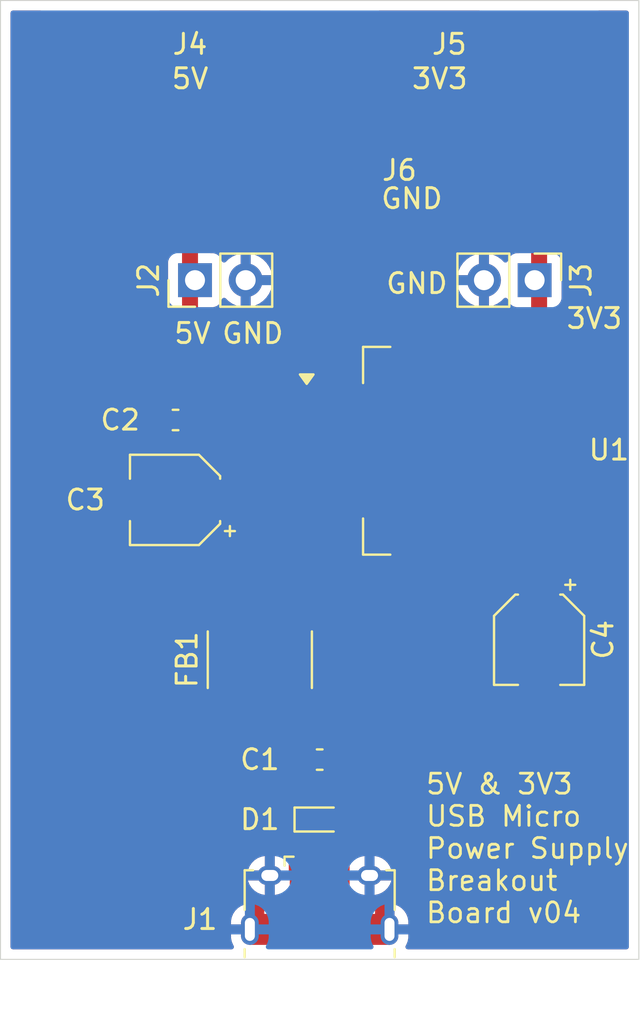
<source format=kicad_pcb>
(kicad_pcb (version 20240108) (generator "pcbnew") (generator_version "8.0")
  (title_block (title "5V & 3V3 USB Micro Power Supply Breakout Board") (date "2025-02-11") (rev "v04"))
  (layers (0 "F.Cu" signal) (31 "B.Cu" signal) (34 "B.Paste" user) (35 "F.Paste" user) (36 "B.SilkS" user "B.Silkscreen") (37 "F.SilkS" user "F.Silkscreen") (38 "B.Mask" user) (39 "F.Mask" user) (44 "Edge.Cuts" user))
  (net 0 "")
  (net 1 "VBUS")
  (net 2 "GND")
  (net 3 "+5V")
  (net 4 "+3V3")
  (footprint "Connector_Wire:SolderWirePad_1x01_SMD_5x10mm" (layer "F.Cu") (at 149 98)
    (property "Reference" "J4" (at 4.5 -3.81 0) (layer "F.SilkS"))
    (property "Value" "SMD 5V Pad")
    (pad "1" smd rect (at 0 0) (size 5 10) (layers "F.Cu" "F.Paste" "F.Mask") (net 3 "+5V"))
  )
  (footprint "Connector_PinHeader_2.54mm:PinHeader_1x02_P2.54mm_Vertical" (layer "F.Cu") (at 153.75 106 90)
    (property "Reference" "J2" (at 0 -2.33 90) (layer "F.SilkS"))
    (property "Value" "THT 5V Jumper")
    (fp_line (start -1.33 -1.33) (end 0 -1.33) (stroke (width 0.12)) (layer "F.SilkS"))
    (fp_line (start -1.33 0) (end -1.33 -1.33) (stroke (width 0.12)) (layer "F.SilkS"))
    (fp_line (start 1.33 1.27) (end 1.33 3.87) (stroke (width 0.12)) (layer "F.SilkS"))
    (fp_line (start -1.33 1.27) (end 1.33 1.27) (stroke (width 0.12)) (layer "F.SilkS"))
    (fp_line (start -1.33 1.27) (end -1.33 3.87) (stroke (width 0.12)) (layer "F.SilkS"))
    (fp_line (start -1.33 3.87) (end 1.33 3.87) (stroke (width 0.12)) (layer "F.SilkS"))
    (pad "1" thru_hole rect (at 0 0 90) (size 1.7 1.7) (drill 1) (layers "*.Cu" "*.Mask") (net 3 "+5V"))
    (pad "2" thru_hole oval (at 0 2.54 90) (size 1.7 1.7) (drill 1) (layers "*.Cu" "*.Mask") (net 2 "GND"))
  )
  (footprint "Capacitor_SMD:CP_Elec_4x4.5" (layer "F.Cu") (at 152.75 117 180)
    (property "Reference" "C3" (at 4.5 0 0) (layer "F.SilkS"))
    (property "Value" "10u")
    (fp_line (start 2.26 2.26) (end 2.26 1.06) (stroke (width 0.12)) (layer "F.SilkS"))
    (fp_line (start 2.26 -2.26) (end 2.26 -1.06) (stroke (width 0.12)) (layer "F.SilkS"))
    (fp_line (start -1.195563 2.26) (end 2.26 2.26) (stroke (width 0.12)) (layer "F.SilkS"))
    (fp_line (start -1.195563 -2.26) (end 2.26 -2.26) (stroke (width 0.12)) (layer "F.SilkS"))
    (fp_line (start -2.26 1.195563) (end -1.195563 2.26) (stroke (width 0.12)) (layer "F.SilkS"))
    (fp_line (start -2.26 1.195563) (end -2.26 1.06) (stroke (width 0.12)) (layer "F.SilkS"))
    (fp_line (start -2.26 -1.195563) (end -1.195563 -2.26) (stroke (width 0.12)) (layer "F.SilkS"))
    (fp_line (start -2.26 -1.195563) (end -2.26 -1.06) (stroke (width 0.12)) (layer "F.SilkS"))
    (fp_line (start -2.75 -1.81) (end -2.75 -1.31) (stroke (width 0.12)) (layer "F.SilkS"))
    (fp_line (start -3 -1.56) (end -2.5 -1.56) (stroke (width 0.12)) (layer "F.SilkS"))
    (pad "1" smd roundrect (at -1.8 0 180) (size 2.6 1.6) (layers "F.Cu" "F.Paste" "F.Mask") (roundrect_rratio 0.15625) (net 3 "+5V"))
    (pad "2" smd roundrect (at 1.8 0 180) (size 2.6 1.6) (layers "F.Cu" "F.Paste" "F.Mask") (roundrect_rratio 0.15625) (net 2 "GND"))
  )
  (footprint "Connector_USB:USB_Micro-B_Amphenol_10118194-0001LF_Horizontal" (layer "F.Cu") (at 160 137.2)
    (property "Reference" "J1" (at -6 0.8 0) (layer "F.SilkS"))
    (property "Value" "USB_B_Micro")
    (fp_line (start -3.76 -1.66) (end -3.34 -1.66) (stroke (width 0.12)) (layer "F.SilkS"))
    (fp_line (start -3.76 0.32) (end -3.76 -1.66) (stroke (width 0.12)) (layer "F.SilkS"))
    (fp_line (start -3.76 2.69) (end -3.76 2.29) (stroke (width 0.12)) (layer "F.SilkS"))
    (fp_line (start -1.76 -1.89) (end -1.76 -2.34) (stroke (width 0.12)) (layer "F.SilkS"))
    (fp_line (start -1.31 -2.34) (end -1.76 -2.34) (stroke (width 0.12)) (layer "F.SilkS"))
    (fp_line (start 3.76 -1.66) (end 3.34 -1.66) (stroke (width 0.12)) (layer "F.SilkS"))
    (fp_line (start 3.76 0.32) (end 3.76 -1.66) (stroke (width 0.12)) (layer "F.SilkS"))
    (fp_line (start 3.76 2.29) (end 3.76 2.69) (stroke (width 0.12)) (layer "F.SilkS"))
    (pad "1" smd roundrect (at -1.3 -1.4) (size 0.4 1.35) (layers "F.Cu" "F.Paste" "F.Mask") (net 1 "VBUS"))
    (pad "2" smd roundrect (at -0.65 -1.4) (size 0.4 1.35) (layers "F.Cu" "F.Paste" "F.Mask"))
    (pad "3" smd roundrect (at 0 -1.4) (size 0.4 1.35) (layers "F.Cu" "F.Paste" "F.Mask"))
    (pad "4" smd roundrect (at 0.65 -1.4) (size 0.4 1.35) (layers "F.Cu" "F.Paste" "F.Mask"))
    (pad "5" smd roundrect (at 1.3 -1.4) (size 0.4 1.35) (layers "F.Cu" "F.Paste" "F.Mask") (net 2 "GND"))
    (pad "6" thru_hole oval (at -3.5 1.3) (size 0.89 1.55) (drill oval 0.5 1.15) (property pad_prop_heatsink) (layers "*.Cu" "*.Mask") (net 2 "GND"))
    (pad "6" smd roundrect (at -3.025 1.3) (size 1.45 1.55) (layers "F.Cu" "F.Paste" "F.Mask") (roundrect_rratio 0.1724137931) (net 2 "GND"))
    (pad "6" thru_hole oval (at -2.5 -1.4) (size 1.25 0.95) (drill oval 0.85 0.55) (property pad_prop_heatsink) (layers "*.Cu" "*.Mask") (net 2 "GND"))
    (pad "6" smd roundrect (at -1 1.3) (size 1.5 1.55) (layers "F.Cu" "F.Paste" "F.Mask") (roundrect_rratio 0.1666666667) (net 2 "GND"))
    (pad "6" smd roundrect (at 1 1.3) (size 1.5 1.55) (layers "F.Cu" "F.Paste" "F.Mask") (roundrect_rratio 0.1666666667) (net 2 "GND"))
    (pad "6" thru_hole oval (at 2.5 -1.4) (size 1.25 0.95) (drill oval 0.85 0.55) (property pad_prop_heatsink) (layers "*.Cu" "*.Mask") (net 2 "GND"))
    (pad "6" smd roundrect (at 3.025 1.3) (size 1.45 1.55) (layers "F.Cu" "F.Paste" "F.Mask") (roundrect_rratio 0.1724137931) (net 2 "GND"))
    (pad "6" thru_hole oval (at 3.5 1.3) (size 0.89 1.55) (drill oval 0.5 1.15) (property pad_prop_heatsink) (layers "*.Cu" "*.Mask") (net 2 "GND"))
  )
  (footprint "Connector_Wire:SolderWirePad_1x01_SMD_5x10mm" (layer "F.Cu") (at 171 98)
    (property "Reference" "J5" (at -4.5 -3.81 0) (layer "F.SilkS"))
    (property "Value" "SMD 3V3 Pad")
    (pad "1" smd rect (at 0 0) (size 5 10) (layers "F.Cu" "F.Paste" "F.Mask") (net 4 "+3V3"))
  )
  (footprint "Capacitor_SMD:C_0603_1608Metric" (layer "F.Cu") (at 152.775 113 180)
    (property "Reference" "C2" (at 2.775 0 0) (layer "F.SilkS"))
    (property "Value" "100n")
    (fp_line (start -0.14058 0.51) (end 0.14058 0.51) (stroke (width 0.12)) (layer "F.SilkS"))
    (fp_line (start -0.14058 -0.51) (end 0.14058 -0.51) (stroke (width 0.12)) (layer "F.SilkS"))
    (pad "1" smd roundrect (at -0.775 0 180) (size 0.9 0.95) (layers "F.Cu" "F.Paste" "F.Mask") (net 3 "+5V"))
    (pad "2" smd roundrect (at 0.775 0 180) (size 0.9 0.95) (layers "F.Cu" "F.Paste" "F.Mask") (net 2 "GND"))
  )
  (footprint "Connector_Wire:SolderWirePad_1x01_SMD_5x10mm" (layer "F.Cu") (at 160 98)
    (property "Reference" "J6" (at 4 2.5 0) (layer "F.SilkS"))
    (property "Value" "SMD GND Pad")
    (pad "1" smd rect (at 0 0) (size 5 10) (layers "F.Cu" "F.Paste" "F.Mask") (net 2 "GND"))
  )
  (footprint "Capacitor_SMD:CP_Elec_4x4.5" (layer "F.Cu") (at 171 124 -90)
    (property "Reference" "C4" (at 0 -3.2 90) (layer "F.SilkS"))
    (property "Value" "10u")
    (fp_line (start -1.195563 2.26) (end 2.26 2.26) (stroke (width 0.12)) (layer "F.SilkS"))
    (fp_line (start 2.26 2.26) (end 2.26 1.06) (stroke (width 0.12)) (layer "F.SilkS"))
    (fp_line (start -2.26 1.195563) (end -1.195563 2.26) (stroke (width 0.12)) (layer "F.SilkS"))
    (fp_line (start -2.26 1.195563) (end -2.26 1.06) (stroke (width 0.12)) (layer "F.SilkS"))
    (fp_line (start -2.26 -1.195563) (end -2.26 -1.06) (stroke (width 0.12)) (layer "F.SilkS"))
    (fp_line (start -2.26 -1.195563) (end -1.195563 -2.26) (stroke (width 0.12)) (layer "F.SilkS"))
    (fp_line (start -3 -1.56) (end -2.5 -1.56) (stroke (width 0.12)) (layer "F.SilkS"))
    (fp_line (start -2.75 -1.81) (end -2.75 -1.31) (stroke (width 0.12)) (layer "F.SilkS"))
    (fp_line (start -1.195563 -2.26) (end 2.26 -2.26) (stroke (width 0.12)) (layer "F.SilkS"))
    (fp_line (start 2.26 -2.26) (end 2.26 -1.06) (stroke (width 0.12)) (layer "F.SilkS"))
    (pad "1" smd roundrect (at -1.8 0 270) (size 2.6 1.6) (layers "F.Cu" "F.Paste" "F.Mask") (roundrect_rratio 0.15625) (net 4 "+3V3"))
    (pad "2" smd roundrect (at 1.8 0 270) (size 2.6 1.6) (layers "F.Cu" "F.Paste" "F.Mask") (roundrect_rratio 0.15625) (net 2 "GND"))
  )
  (footprint "Capacitor_SMD:C_0603_1608Metric" (layer "F.Cu") (at 160 130)
    (property "Reference" "C1" (at -3 0 0) (layer "F.SilkS"))
    (property "Value" "10n")
    (fp_line (start -0.14058 -0.51) (end 0.14058 -0.51) (stroke (width 0.12)) (layer "F.SilkS"))
    (fp_line (start -0.14058 0.51) (end 0.14058 0.51) (stroke (width 0.12)) (layer "F.SilkS"))
    (pad "1" smd roundrect (at -0.775 0) (size 0.9 0.95) (layers "F.Cu" "F.Paste" "F.Mask") (net 1 "VBUS"))
    (pad "2" smd roundrect (at 0.775 0) (size 0.9 0.95) (layers "F.Cu" "F.Paste" "F.Mask") (net 2 "GND"))
  )
  (footprint "Package_TO_SOT_SMD:TO-263-3_TabPin2" (layer "F.Cu") (at 167 114.54)
    (property "Reference" "U1" (at 7.5 -0.04 0) (layer "F.SilkS"))
    (property "Value" "LMS1585AIS-3.3")
    (fp_line (start -4.825 -5.2) (end -4.825 -3.39) (stroke (width 0.12)) (layer "F.SilkS"))
    (fp_line (start -4.825 5.2) (end -4.825 3.39) (stroke (width 0.12)) (layer "F.SilkS"))
    (fp_line (start -3.46 -5.2) (end -4.825 -5.2) (stroke (width 0.12)) (layer "F.SilkS"))
    (fp_line (start -3.46 5.2) (end -4.825 5.2) (stroke (width 0.12)) (layer "F.SilkS"))
    (fp_poly (pts (xy -7.65 -3.35) (xy -7.99 -3.82) (xy -7.31 -3.82) (xy -7.65 -3.35)) (stroke (width 0.12)) (fill solid) (layer "F.SilkS"))
    (pad "1" smd roundrect (at -7.65 -2.54) (size 4.6 1.1) (layers "F.Cu" "F.Paste" "F.Mask") (roundrect_rratio 0.227273) (net 2 "GND"))
    (pad "2" smd roundrect (at -7.65 0) (size 4.6 1.1) (layers "F.Cu" "F.Paste" "F.Mask") (roundrect_rratio 0.227273) (net 4 "+3V3"))
    (pad "2" smd roundrect (at -0.925 -2.775) (size 4.55 5.25) (layers "F.Cu" "F.Paste") (roundrect_rratio 0.054945) (net 4 "+3V3"))
    (pad "2" smd roundrect (at -0.925 2.775) (size 4.55 5.25) (layers "F.Cu" "F.Paste") (roundrect_rratio 0.054945) (net 4 "+3V3"))
    (pad "2" smd roundrect (at 1.5 0) (size 9.4 10.8) (layers "F.Cu" "F.Mask") (roundrect_rratio 0.026596) (net 4 "+3V3"))
    (pad "2" smd roundrect (at 3.925 -2.775) (size 4.55 5.25) (layers "F.Cu" "F.Paste") (roundrect_rratio 0.054945) (net 4 "+3V3"))
    (pad "2" smd roundrect (at 3.925 2.775) (size 4.55 5.25) (layers "F.Cu" "F.Paste") (roundrect_rratio 0.054945) (net 4 "+3V3"))
    (pad "3" smd roundrect (at -7.65 2.54) (size 4.6 1.1) (layers "F.Cu" "F.Paste" "F.Mask") (roundrect_rratio 0.227273) (net 3 "+5V"))
  )
  (footprint "Connector_PinHeader_2.54mm:PinHeader_1x02_P2.54mm_Vertical" (layer "F.Cu") (at 170.775 106 -90)
    (property "Reference" "J3" (at 0 -2.33 90) (layer "F.SilkS"))
    (property "Value" "THT 3V3 Jumper")
    (fp_line (start -1.33 3.87) (end 1.33 3.87) (stroke (width 0.12)) (layer "F.SilkS"))
    (fp_line (start -1.33 1.27) (end -1.33 3.87) (stroke (width 0.12)) (layer "F.SilkS"))
    (fp_line (start -1.33 1.27) (end 1.33 1.27) (stroke (width 0.12)) (layer "F.SilkS"))
    (fp_line (start 1.33 1.27) (end 1.33 3.87) (stroke (width 0.12)) (layer "F.SilkS"))
    (fp_line (start -1.33 0) (end -1.33 -1.33) (stroke (width 0.12)) (layer "F.SilkS"))
    (fp_line (start -1.33 -1.33) (end 0 -1.33) (stroke (width 0.12)) (layer "F.SilkS"))
    (pad "1" thru_hole rect (at 0 0 270) (size 1.7 1.7) (drill 1) (layers "*.Cu" "*.Mask") (net 4 "+3V3"))
    (pad "2" thru_hole oval (at 0 2.54 270) (size 1.7 1.7) (drill 1) (layers "*.Cu" "*.Mask") (net 2 "GND"))
  )
  (footprint "Capacitor_SMD:C_2220_5750Metric_Pad1.97x5.40mm_HandSolder" (layer "F.Cu") (at 157 125 90)
    (property "Reference" "FB1" (at 0 -3.65 90) (layer "F.SilkS"))
    (property "Value" "300R @ 100 MHz")
    (fp_line (start -1.415748 -2.61) (end 1.415748 -2.61) (stroke (width 0.12)) (layer "F.SilkS"))
    (fp_line (start -1.415748 2.61) (end 1.415748 2.61) (stroke (width 0.12)) (layer "F.SilkS"))
    (pad "1" smd roundrect (at -2.6375 0 90) (size 1.975 5.4) (layers "F.Cu" "F.Paste" "F.Mask") (roundrect_rratio 0.126582) (net 1 "VBUS"))
    (pad "2" smd roundrect (at 2.6375 0 90) (size 1.975 5.4) (layers "F.Cu" "F.Paste" "F.Mask") (roundrect_rratio 0.126582) (net 3 "+5V"))
  )
  (footprint "Diode_SMD:D_SOD-523" (layer "F.Cu") (at 160 133)
    (property "Reference" "D1" (at -3 0 0) (layer "F.SilkS"))
    (property "Value" "ESDB5V0WT")
    (fp_line (start -1.26 -0.6) (end -1.26 0.6) (stroke (width 0.12)) (layer "F.SilkS"))
    (fp_line (start 0.7 -0.6) (end -1.26 -0.6) (stroke (width 0.12)) (layer "F.SilkS"))
    (fp_line (start 0.7 0.6) (end -1.26 0.6) (stroke (width 0.12)) (layer "F.SilkS"))
    (pad "1" smd roundrect (at -0.7 0 180) (size 0.6 0.7) (layers "F.Cu" "F.Paste" "F.Mask") (net 1 "VBUS"))
    (pad "2" smd roundrect (at 0.7 0 180) (size 0.6 0.7) (layers "F.Cu" "F.Paste" "F.Mask") (net 2 "GND"))
  )
  (gr_rect (start 144 92) (end 176 140) (stroke (width 0.05)) (fill none) (layer "Edge.Cuts"))
  (gr_text "3V3" (at 167.5 96.5 0) (layer "F.SilkS") (effects (font (size 1 1)) (justify right bottom)))
  (gr_text "GND" (at 163.25 106.75 0) (layer "F.SilkS") (effects (font (size 1 1)) (justify left bottom)))
  (gr_text "5V" (at 152.625 109.25 0) (layer "F.SilkS") (effects (font (size 1 1)) (justify left bottom)))
  (gr_text "5V" (at 152.5 96.5 0) (layer "F.SilkS") (effects (font (size 1 1)) (justify left bottom)))
  (gr_text "5V & 3V3\nUSB Micro\nPower Supply\nBreakout\nBoard v04" (at 165.25 138.25 0) (layer "F.SilkS") (effects (font (size 1 1) (thickness 0.14)) (justify left bottom)))
  (gr_text "GND" (at 163 102.5 0) (layer "F.SilkS") (effects (font (size 1 1)) (justify left bottom)))
  (gr_text "3V3" (at 175.25 108.5 0) (layer "F.SilkS") (effects (font (size 1 1)) (justify right bottom)))
  (gr_text "GND" (at 155.025 109.25 0) (layer "F.SilkS") (effects (font (size 1 1)) (justify left bottom)))
  (segment (start 158.7 133.6) (end 159.3 133) (width 0.5) (layer "F.Cu") (net 1))
  (segment (start 159.3 133) (end 159.3 129.9375) (width 0.5) (layer "F.Cu") (net 1))
  (segment (start 159.3 129.9375) (end 157 127.6375) (width 0.5) (layer "F.Cu") (net 1))
  (segment (start 158.7 135.8) (end 158.7 133.6) (width 0.5) (layer "F.Cu") (net 1))
  (segment (start 161.3 135.8) (end 162.5 135.8) (width 0.2) (layer "F.Cu") (net 2))
  (segment (start 153.5 103.275) (end 149 98.775) (width 0.8) (layer "F.Cu") (net 3))
  (segment (start 153.5 115.7) (end 153.5 103.275) (width 0.8) (layer "F.Cu") (net 3))
  (segment (start 157 122.3625) (end 159 120.3625) (width 0.8) (layer "F.Cu") (net 3))
  (segment (start 159 120.3625) (end 159 119) (width 0.8) (layer "F.Cu") (net 3))
  (segment (start 149 98.775) (end 149 98) (width 0.8) (layer "F.Cu") (net 3))
  (segment (start 154.8 117) (end 153.5 115.7) (width 0.8) (layer "F.Cu") (net 3))
  (segment (start 159 119) (end 157 117) (width 0.8) (layer "F.Cu") (net 3))
  (segment (start 157 117) (end 154.8 117) (width 0.8) (layer "F.Cu") (net 3))
  (segment (start 171 122.2) (end 171 98) (width 0.8) (layer "F.Cu") (net 4))
  (zone (net 2) (net_name "GND") (layer "F.Cu") (connect_pads (clearance 0.5)) (min_thickness 0.25) (fill yes (thermal_gap 0.5) (thermal_bridge_width 0.5))
    (polygon (pts (xy 144 92) (xy 144 140) (xy 176 140) (xy 176 92)))
  )
  (zone (net 2) (net_name "GND") (layer "B.Cu") (priority 1) (connect_pads (clearance 0.5)) (min_thickness 0.25) (fill yes (thermal_gap 0.5) (thermal_bridge_width 0.5))
    (polygon (pts (xy 144 92) (xy 144 140) (xy 176 140) (xy 176 92)))
  )
)
</source>
